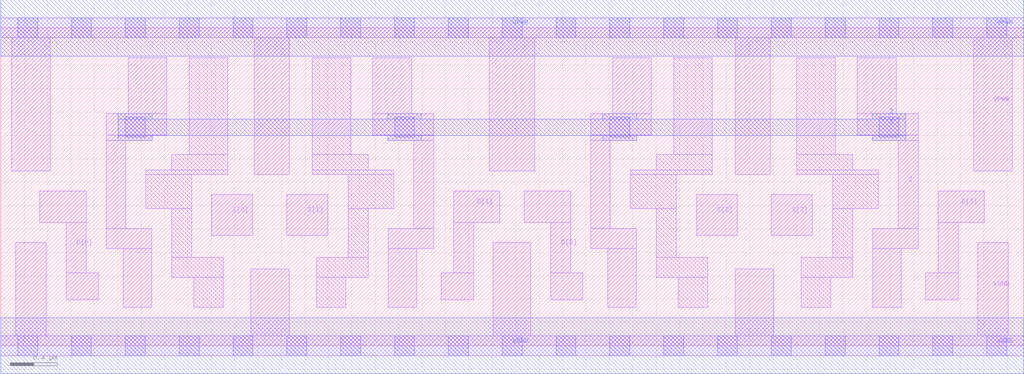
<source format=lef>
# Copyright 2020 The SkyWater PDK Authors
#
# Licensed under the Apache License, Version 2.0 (the "License");
# you may not use this file except in compliance with the License.
# You may obtain a copy of the License at
#
#     https://www.apache.org/licenses/LICENSE-2.0
#
# Unless required by applicable law or agreed to in writing, software
# distributed under the License is distributed on an "AS IS" BASIS,
# WITHOUT WARRANTIES OR CONDITIONS OF ANY KIND, either express or implied.
# See the License for the specific language governing permissions and
# limitations under the License.
#
# SPDX-License-Identifier: Apache-2.0

VERSION 5.7 ;
  NAMESCASESENSITIVE ON ;
  NOWIREEXTENSIONATPIN ON ;
  DIVIDERCHAR "/" ;
  BUSBITCHARS "[]" ;
UNITS
  DATABASE MICRONS 200 ;
END UNITS
PROPERTYDEFINITIONS
  MACRO maskLayoutSubType STRING ;
  MACRO prCellType STRING ;
  MACRO originalViewName STRING ;
END PROPERTYDEFINITIONS
MACRO sky130_fd_sc_hdll__muxb4to1_1
  CLASS CORE ;
  FOREIGN sky130_fd_sc_hdll__muxb4to1_1 ;
  ORIGIN  0.000000  0.000000 ;
  SIZE  8.740000 BY  2.720000 ;
  SYMMETRY X Y R90 ;
  SITE unithd ;
  PIN D[0]
    ANTENNAGATEAREA  0.277500 ;
    DIRECTION INPUT ;
    USE SIGNAL ;
    PORT
      LAYER li1 ;
        RECT 0.335000 1.055000 0.730000 1.325000 ;
        RECT 0.560000 0.395000 0.835000 0.625000 ;
        RECT 0.560000 0.625000 0.730000 1.055000 ;
    END
  END D[0]
  PIN D[1]
    ANTENNAGATEAREA  0.277500 ;
    DIRECTION INPUT ;
    USE SIGNAL ;
    PORT
      LAYER li1 ;
        RECT 3.765000 0.395000 4.040000 0.625000 ;
        RECT 3.870000 0.625000 4.040000 1.055000 ;
        RECT 3.870000 1.055000 4.265000 1.325000 ;
    END
  END D[1]
  PIN D[2]
    ANTENNAGATEAREA  0.277500 ;
    DIRECTION INPUT ;
    USE SIGNAL ;
    PORT
      LAYER li1 ;
        RECT 4.475000 1.055000 4.870000 1.325000 ;
        RECT 4.700000 0.395000 4.975000 0.625000 ;
        RECT 4.700000 0.625000 4.870000 1.055000 ;
    END
  END D[2]
  PIN D[3]
    ANTENNAGATEAREA  0.277500 ;
    DIRECTION INPUT ;
    USE SIGNAL ;
    PORT
      LAYER li1 ;
        RECT 7.905000 0.395000 8.180000 0.625000 ;
        RECT 8.010000 0.625000 8.180000 1.055000 ;
        RECT 8.010000 1.055000 8.405000 1.325000 ;
    END
  END D[3]
  PIN S[0]
    ANTENNAGATEAREA  0.336000 ;
    DIRECTION INPUT ;
    USE SIGNAL ;
    PORT
      LAYER li1 ;
        RECT 1.805000 0.945000 2.155000 1.295000 ;
    END
  END S[0]
  PIN S[1]
    ANTENNAGATEAREA  0.336000 ;
    DIRECTION INPUT ;
    USE SIGNAL ;
    PORT
      LAYER li1 ;
        RECT 2.445000 0.945000 2.795000 1.295000 ;
    END
  END S[1]
  PIN S[2]
    ANTENNAGATEAREA  0.336000 ;
    DIRECTION INPUT ;
    USE SIGNAL ;
    PORT
      LAYER li1 ;
        RECT 5.945000 0.945000 6.295000 1.295000 ;
    END
  END S[2]
  PIN S[3]
    ANTENNAGATEAREA  0.336000 ;
    DIRECTION INPUT ;
    USE SIGNAL ;
    PORT
      LAYER li1 ;
        RECT 6.585000 0.945000 6.935000 1.295000 ;
    END
  END S[3]
  PIN VGND
    ANTENNADIFFAREA  0.999700 ;
    DIRECTION INOUT ;
    USE SIGNAL ;
    PORT
      LAYER li1 ;
        RECT 0.000000 -0.085000 8.740000 0.085000 ;
        RECT 0.130000  0.085000 0.390000 0.885000 ;
        RECT 2.135000  0.085000 2.465000 0.660000 ;
        RECT 4.210000  0.085000 4.530000 0.885000 ;
        RECT 6.275000  0.085000 6.605000 0.660000 ;
        RECT 8.350000  0.085000 8.610000 0.885000 ;
      LAYER mcon ;
        RECT 0.145000 -0.085000 0.315000 0.085000 ;
        RECT 0.605000 -0.085000 0.775000 0.085000 ;
        RECT 1.065000 -0.085000 1.235000 0.085000 ;
        RECT 1.525000 -0.085000 1.695000 0.085000 ;
        RECT 1.985000 -0.085000 2.155000 0.085000 ;
        RECT 2.445000 -0.085000 2.615000 0.085000 ;
        RECT 2.905000 -0.085000 3.075000 0.085000 ;
        RECT 3.365000 -0.085000 3.535000 0.085000 ;
        RECT 3.825000 -0.085000 3.995000 0.085000 ;
        RECT 4.285000 -0.085000 4.455000 0.085000 ;
        RECT 4.745000 -0.085000 4.915000 0.085000 ;
        RECT 5.205000 -0.085000 5.375000 0.085000 ;
        RECT 5.665000 -0.085000 5.835000 0.085000 ;
        RECT 6.125000 -0.085000 6.295000 0.085000 ;
        RECT 6.585000 -0.085000 6.755000 0.085000 ;
        RECT 7.045000 -0.085000 7.215000 0.085000 ;
        RECT 7.505000 -0.085000 7.675000 0.085000 ;
        RECT 7.965000 -0.085000 8.135000 0.085000 ;
        RECT 8.425000 -0.085000 8.595000 0.085000 ;
      LAYER met1 ;
        RECT 0.000000 -0.240000 8.740000 0.240000 ;
    END
  END VGND
  PIN VPWR
    ANTENNADIFFAREA  1.690000 ;
    DIRECTION INOUT ;
    USE SIGNAL ;
    PORT
      LAYER li1 ;
        RECT 0.000000 2.635000 8.740000 2.805000 ;
        RECT 0.095000 1.495000 0.425000 2.635000 ;
        RECT 2.165000 1.465000 2.465000 2.635000 ;
        RECT 4.175000 1.495000 4.565000 2.635000 ;
        RECT 6.275000 1.465000 6.575000 2.635000 ;
        RECT 8.315000 1.495000 8.645000 2.635000 ;
      LAYER mcon ;
        RECT 0.145000 2.635000 0.315000 2.805000 ;
        RECT 0.605000 2.635000 0.775000 2.805000 ;
        RECT 1.065000 2.635000 1.235000 2.805000 ;
        RECT 1.525000 2.635000 1.695000 2.805000 ;
        RECT 1.985000 2.635000 2.155000 2.805000 ;
        RECT 2.445000 2.635000 2.615000 2.805000 ;
        RECT 2.905000 2.635000 3.075000 2.805000 ;
        RECT 3.365000 2.635000 3.535000 2.805000 ;
        RECT 3.825000 2.635000 3.995000 2.805000 ;
        RECT 4.285000 2.635000 4.455000 2.805000 ;
        RECT 4.745000 2.635000 4.915000 2.805000 ;
        RECT 5.205000 2.635000 5.375000 2.805000 ;
        RECT 5.665000 2.635000 5.835000 2.805000 ;
        RECT 6.125000 2.635000 6.295000 2.805000 ;
        RECT 6.585000 2.635000 6.755000 2.805000 ;
        RECT 7.045000 2.635000 7.215000 2.805000 ;
        RECT 7.505000 2.635000 7.675000 2.805000 ;
        RECT 7.965000 2.635000 8.135000 2.805000 ;
        RECT 8.425000 2.635000 8.595000 2.805000 ;
      LAYER met1 ;
        RECT 0.000000 2.480000 8.740000 2.960000 ;
    END
  END VPWR
  PIN Z
    ANTENNADIFFAREA  1.426400 ;
    DIRECTION OUTPUT ;
    USE SIGNAL ;
    PORT
      LAYER li1 ;
        RECT 0.900000 0.835000 1.290000 1.005000 ;
        RECT 0.900000 1.005000 1.070000 1.755000 ;
        RECT 0.900000 1.755000 1.295000 1.805000 ;
        RECT 0.900000 1.805000 1.420000 1.985000 ;
        RECT 1.045000 0.330000 1.290000 0.835000 ;
        RECT 1.090000 1.985000 1.420000 2.465000 ;
        RECT 3.180000 1.805000 3.700000 1.985000 ;
        RECT 3.180000 1.985000 3.510000 2.465000 ;
        RECT 3.305000 1.755000 3.700000 1.805000 ;
        RECT 3.310000 0.330000 3.555000 0.835000 ;
        RECT 3.310000 0.835000 3.700000 1.005000 ;
        RECT 3.530000 1.005000 3.700000 1.755000 ;
        RECT 5.040000 0.835000 5.430000 1.005000 ;
        RECT 5.040000 1.005000 5.210000 1.755000 ;
        RECT 5.040000 1.755000 5.435000 1.805000 ;
        RECT 5.040000 1.805000 5.560000 1.985000 ;
        RECT 5.185000 0.330000 5.430000 0.835000 ;
        RECT 5.230000 1.985000 5.560000 2.465000 ;
        RECT 7.320000 1.805000 7.840000 1.985000 ;
        RECT 7.320000 1.985000 7.650000 2.465000 ;
        RECT 7.445000 1.755000 7.840000 1.805000 ;
        RECT 7.450000 0.330000 7.695000 0.835000 ;
        RECT 7.450000 0.835000 7.840000 1.005000 ;
        RECT 7.670000 1.005000 7.840000 1.755000 ;
      LAYER mcon ;
        RECT 1.065000 1.785000 1.235000 1.955000 ;
        RECT 3.365000 1.785000 3.535000 1.955000 ;
        RECT 5.205000 1.785000 5.375000 1.955000 ;
        RECT 7.505000 1.785000 7.675000 1.955000 ;
      LAYER met1 ;
        RECT 1.005000 1.755000 1.295000 1.800000 ;
        RECT 1.005000 1.800000 7.735000 1.940000 ;
        RECT 1.005000 1.940000 1.295000 1.985000 ;
        RECT 3.305000 1.755000 3.595000 1.800000 ;
        RECT 3.305000 1.940000 3.595000 1.985000 ;
        RECT 5.145000 1.755000 5.435000 1.800000 ;
        RECT 5.145000 1.940000 5.435000 1.985000 ;
        RECT 7.445000 1.755000 7.735000 1.800000 ;
        RECT 7.445000 1.940000 7.735000 1.985000 ;
    END
  END Z
  OBS
    LAYER li1 ;
      RECT 1.240000 1.175000 1.630000 1.465000 ;
      RECT 1.240000 1.465000 1.940000 1.505000 ;
      RECT 1.460000 0.585000 1.900000 0.755000 ;
      RECT 1.460000 0.755000 1.630000 1.175000 ;
      RECT 1.460000 1.505000 1.940000 1.635000 ;
      RECT 1.610000 1.635000 1.940000 2.465000 ;
      RECT 1.650000 0.330000 1.900000 0.585000 ;
      RECT 2.660000 1.465000 3.360000 1.505000 ;
      RECT 2.660000 1.505000 3.140000 1.635000 ;
      RECT 2.660000 1.635000 2.990000 2.465000 ;
      RECT 2.700000 0.330000 2.950000 0.585000 ;
      RECT 2.700000 0.585000 3.140000 0.755000 ;
      RECT 2.970000 0.755000 3.140000 1.175000 ;
      RECT 2.970000 1.175000 3.360000 1.465000 ;
      RECT 5.380000 1.175000 5.770000 1.465000 ;
      RECT 5.380000 1.465000 6.080000 1.505000 ;
      RECT 5.600000 0.585000 6.040000 0.755000 ;
      RECT 5.600000 0.755000 5.770000 1.175000 ;
      RECT 5.600000 1.505000 6.080000 1.635000 ;
      RECT 5.750000 1.635000 6.080000 2.465000 ;
      RECT 5.790000 0.330000 6.040000 0.585000 ;
      RECT 6.800000 1.465000 7.500000 1.505000 ;
      RECT 6.800000 1.505000 7.280000 1.635000 ;
      RECT 6.800000 1.635000 7.130000 2.465000 ;
      RECT 6.840000 0.330000 7.090000 0.585000 ;
      RECT 6.840000 0.585000 7.280000 0.755000 ;
      RECT 7.110000 0.755000 7.280000 1.175000 ;
      RECT 7.110000 1.175000 7.500000 1.465000 ;
  END
  PROPERTY maskLayoutSubType "abstract" ;
  PROPERTY prCellType "standard" ;
  PROPERTY originalViewName "layout" ;
END sky130_fd_sc_hdll__muxb4to1_1

</source>
